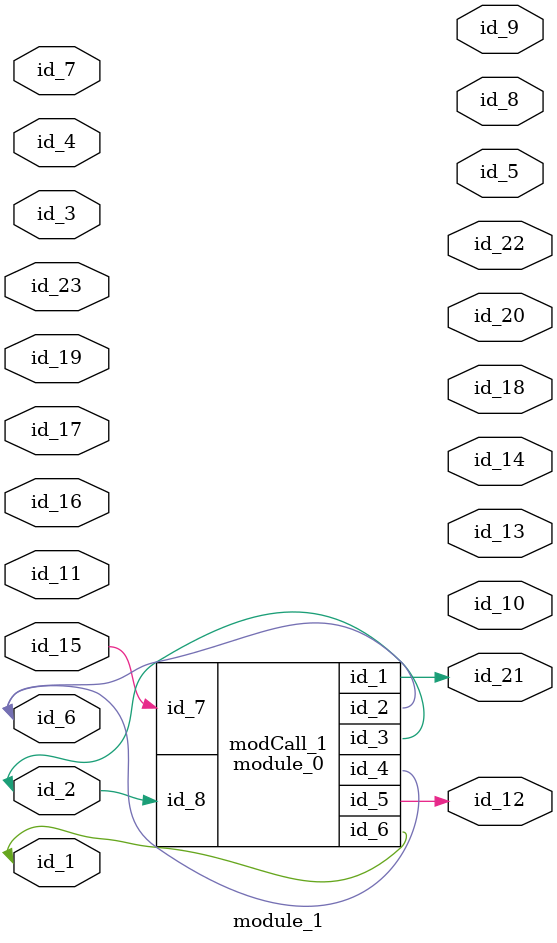
<source format=v>
module module_0 (
    id_1,
    id_2,
    id_3,
    id_4,
    id_5,
    id_6,
    id_7,
    id_8
);
  input wire id_8;
  input wire id_7;
  inout wire id_6;
  output wire id_5;
  output wire id_4;
  inout wire id_3;
  inout wire id_2;
  output wire id_1;
  wire id_9;
endmodule
module module_1 (
    id_1,
    id_2,
    id_3,
    id_4,
    id_5,
    id_6,
    id_7,
    id_8,
    id_9,
    id_10,
    id_11,
    id_12,
    id_13,
    id_14,
    id_15,
    id_16,
    id_17,
    id_18,
    id_19,
    id_20,
    id_21,
    id_22,
    id_23
);
  input wire id_23;
  output wire id_22;
  output wire id_21;
  output wire id_20;
  input wire id_19;
  output wire id_18;
  inout wire id_17;
  input wire id_16;
  input wire id_15;
  output wire id_14;
  output wire id_13;
  output wire id_12;
  input wire id_11;
  output wire id_10;
  output wire id_9;
  output wire id_8;
  input wire id_7;
  inout wire id_6;
  output wire id_5;
  input wire id_4;
  input wire id_3;
  inout wire id_2;
  inout wire id_1;
  module_0 modCall_1 (
      id_21,
      id_6,
      id_2,
      id_6,
      id_12,
      id_1,
      id_15,
      id_2
  );
endmodule

</source>
